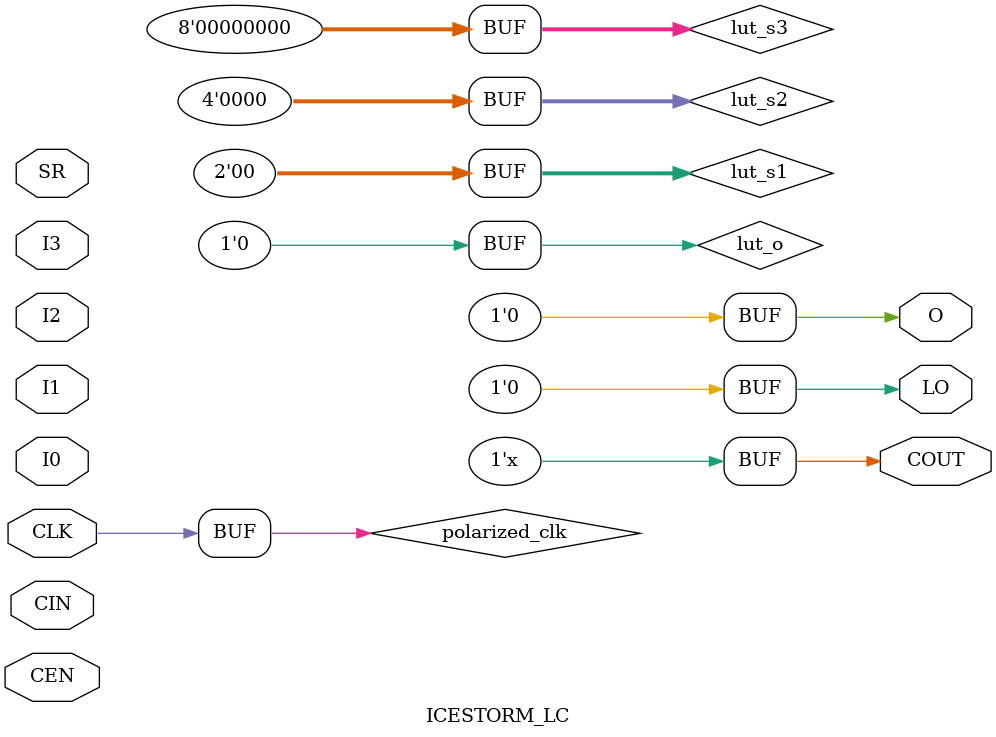
<source format=v>

`define SB_DFF_REG reg Q = 0;

// SiliconBlue IO Cells

module SB_IO (
	inout  PACKAGE_PIN,
	input  LATCH_INPUT_VALUE,
	input  CLOCK_ENABLE,
	input  INPUT_CLK,
	input  OUTPUT_CLK,
	input  OUTPUT_ENABLE,
	input  D_OUT_0,
	input  D_OUT_1,
	output D_IN_0,
	output D_IN_1
);
	parameter [5:0] PIN_TYPE = 6'b000000;
	parameter [0:0] PULLUP = 1'b0;
	parameter [0:0] NEG_TRIGGER = 1'b0;
	parameter IO_STANDARD = "SB_LVCMOS";

`ifndef BLACKBOX
	reg dout, din_0, din_1;
	reg din_q_0, din_q_1;
	reg dout_q_0, dout_q_1;
	reg outena_q;

	generate if (!NEG_TRIGGER) begin
		always @(posedge INPUT_CLK)  if (CLOCK_ENABLE) din_q_0  <= PACKAGE_PIN;
		always @(negedge INPUT_CLK)  if (CLOCK_ENABLE) din_q_1  <= PACKAGE_PIN;
		always @(posedge OUTPUT_CLK) if (CLOCK_ENABLE) dout_q_0 <= D_OUT_0;
		always @(negedge OUTPUT_CLK) if (CLOCK_ENABLE) dout_q_1 <= D_OUT_1;
		always @(posedge OUTPUT_CLK) if (CLOCK_ENABLE) outena_q <= OUTPUT_ENABLE;
	end else begin
		always @(negedge INPUT_CLK)  if (CLOCK_ENABLE) din_q_0  <= PACKAGE_PIN;
		always @(posedge INPUT_CLK)  if (CLOCK_ENABLE) din_q_1  <= PACKAGE_PIN;
		always @(negedge OUTPUT_CLK) if (CLOCK_ENABLE) dout_q_0 <= D_OUT_0;
		always @(posedge OUTPUT_CLK) if (CLOCK_ENABLE) dout_q_1 <= D_OUT_1;
		always @(negedge OUTPUT_CLK) if (CLOCK_ENABLE) outena_q <= OUTPUT_ENABLE;
	end endgenerate

	always @* begin
		if (!PIN_TYPE[1] || !LATCH_INPUT_VALUE)
			din_0 = PIN_TYPE[0] ? PACKAGE_PIN : din_q_0;
		din_1 = din_q_1;
	end

	always @* begin
		if (PIN_TYPE[3])
			dout = PIN_TYPE[2] ? !dout_q_0 : D_OUT_0;
		else
			dout = (OUTPUT_CLK ^ NEG_TRIGGER) || PIN_TYPE[2] ? dout_q_0 : dout_q_1;
	end

	assign D_IN_0 = din_0, D_IN_1 = din_1;

	generate
		if (PIN_TYPE[5:4] == 2'b01) assign PACKAGE_PIN = dout;
		if (PIN_TYPE[5:4] == 2'b10) assign PACKAGE_PIN = OUTPUT_ENABLE ? dout : 1'bz;
		if (PIN_TYPE[5:4] == 2'b11) assign PACKAGE_PIN = outena_q ? dout : 1'bz;
	endgenerate
`endif
endmodule

module SB_GB_IO (
	inout  PACKAGE_PIN,
	output GLOBAL_BUFFER_OUTPUT,
	input  LATCH_INPUT_VALUE,
	input  CLOCK_ENABLE,
	input  INPUT_CLK,
	input  OUTPUT_CLK,
	input  OUTPUT_ENABLE,
	input  D_OUT_0,
	input  D_OUT_1,
	output D_IN_0,
	output D_IN_1
);
	parameter [5:0] PIN_TYPE = 6'b000000;
	parameter [0:0] PULLUP = 1'b0;
	parameter [0:0] NEG_TRIGGER = 1'b0;
	parameter IO_STANDARD = "SB_LVCMOS";

	assign GLOBAL_BUFFER_OUTPUT = PACKAGE_PIN;

	SB_IO #(
		.PIN_TYPE(PIN_TYPE),
		.PULLUP(PULLUP),
		.NEG_TRIGGER(NEG_TRIGGER),
		.IO_STANDARD(IO_STANDARD)
	) IO (
		.PACKAGE_PIN(PACKAGE_PIN),
		.LATCH_INPUT_VALUE(LATCH_INPUT_VALUE),
		.CLOCK_ENABLE(CLOCK_ENABLE),
		.INPUT_CLK(INPUT_CLK),
		.OUTPUT_CLK(OUTPUT_CLK),
		.OUTPUT_ENABLE(OUTPUT_ENABLE),
		.D_OUT_0(D_OUT_0),
		.D_OUT_1(D_OUT_1),
		.D_IN_0(D_IN_0),
		.D_IN_1(D_IN_1)
	);
endmodule

module SB_GB (
	input  USER_SIGNAL_TO_GLOBAL_BUFFER,
	output GLOBAL_BUFFER_OUTPUT
);
	assign GLOBAL_BUFFER_OUTPUT = USER_SIGNAL_TO_GLOBAL_BUFFER;
endmodule

// SiliconBlue Logic Cells

module SB_LUT4 (output O, input I0, I1, I2, I3);
	parameter [15:0] LUT_INIT = 0;
	wire [7:0] s3 = I3 ? LUT_INIT[15:8] : LUT_INIT[7:0];
	wire [3:0] s2 = I2 ?       s3[ 7:4] :       s3[3:0];
	wire [1:0] s1 = I1 ?       s2[ 3:2] :       s2[1:0];
	assign O = I0 ? s1[1] : s1[0];
endmodule

module SB_CARRY (output CO, input I0, I1, CI);
	assign CO = (I0 && I1) || ((I0 || I1) && CI);
endmodule

// Positive Edge SiliconBlue FF Cells

module SB_DFF (output Q, input C, D);
	`SB_DFF_REG
	always @(posedge C)
		Q <= D;
endmodule

module SB_DFFE (output Q, input C, E, D);
	`SB_DFF_REG
	always @(posedge C)
		if (E)
			Q <= D;
endmodule

module SB_DFFSR (output Q, input C, R, D);
	`SB_DFF_REG
	always @(posedge C)
		if (R)
			Q <= 0;
		else
			Q <= D;
endmodule

module SB_DFFR (output Q, input C, R, D);
	`SB_DFF_REG
	always @(posedge C, posedge R)
		if (R)
			Q <= 0;
		else
			Q <= D;
endmodule

module SB_DFFSS (output Q, input C, S, D);
	`SB_DFF_REG
	always @(posedge C)
		if (S)
			Q <= 1;
		else
			Q <= D;
endmodule

module SB_DFFS (output Q, input C, S, D);
	`SB_DFF_REG
	always @(posedge C, posedge S)
		if (S)
			Q <= 1;
		else
			Q <= D;
endmodule

module SB_DFFESR (output Q, input C, E, R, D);
	`SB_DFF_REG
	always @(posedge C)
		if (E) begin
			if (R)
				Q <= 0;
			else
				Q <= D;
		end
endmodule

module SB_DFFER (output Q, input C, E, R, D);
	`SB_DFF_REG
	always @(posedge C, posedge R)
		if (R)
			Q <= 0;
		else if (E)
			Q <= D;
endmodule

module SB_DFFESS (output Q, input C, E, S, D);
	`SB_DFF_REG
	always @(posedge C)
		if (E) begin
			if (S)
				Q <= 1;
			else
				Q <= D;
		end
endmodule

module SB_DFFES (output Q, input C, E, S, D);
	`SB_DFF_REG
	always @(posedge C, posedge S)
		if (S)
			Q <= 1;
		else if (E)
			Q <= D;
endmodule

// Negative Edge SiliconBlue FF Cells

module SB_DFFN (output Q, input C, D);
	`SB_DFF_REG
	always @(negedge C)
		Q <= D;
endmodule

module SB_DFFNE (output Q, input C, E, D);
	`SB_DFF_REG
	always @(negedge C)
		if (E)
			Q <= D;
endmodule

module SB_DFFNSR (output Q, input C, R, D);
	`SB_DFF_REG
	always @(negedge C)
		if (R)
			Q <= 0;
		else
			Q <= D;
endmodule

module SB_DFFNR (output Q, input C, R, D);
	`SB_DFF_REG
	always @(negedge C, posedge R)
		if (R)
			Q <= 0;
		else
			Q <= D;
endmodule

module SB_DFFNSS (output Q, input C, S, D);
	`SB_DFF_REG
	always @(negedge C)
		if (S)
			Q <= 1;
		else
			Q <= D;
endmodule

module SB_DFFNS (output Q, input C, S, D);
	`SB_DFF_REG
	always @(negedge C, posedge S)
		if (S)
			Q <= 1;
		else
			Q <= D;
endmodule

module SB_DFFNESR (output Q, input C, E, R, D);
	`SB_DFF_REG
	always @(negedge C)
		if (E) begin
			if (R)
				Q <= 0;
			else
				Q <= D;
		end
endmodule

module SB_DFFNER (output Q, input C, E, R, D);
	`SB_DFF_REG
	always @(negedge C, posedge R)
		if (R)
			Q <= 0;
		else if (E)
			Q <= D;
endmodule

module SB_DFFNESS (output Q, input C, E, S, D);
	`SB_DFF_REG
	always @(negedge C)
		if (E) begin
			if (S)
				Q <= 1;
			else
				Q <= D;
		end
endmodule

module SB_DFFNES (output Q, input C, E, S, D);
	`SB_DFF_REG
	always @(negedge C, posedge S)
		if (S)
			Q <= 1;
		else if (E)
			Q <= D;
endmodule

// SiliconBlue RAM Cells

module SB_RAM40_4K (
	output [15:0] RDATA,
	input         RCLK, RCLKE, RE,
	input  [10:0] RADDR,
	input         WCLK, WCLKE, WE,
	input  [10:0] WADDR,
	input  [15:0] MASK, WDATA
);
	// MODE 0:  256 x 16
	// MODE 1:  512 x 8
	// MODE 2: 1024 x 4
	// MODE 3: 2048 x 2
	parameter WRITE_MODE = 0;
	parameter READ_MODE = 0;

	parameter INIT_0 = 256'h0000000000000000000000000000000000000000000000000000000000000000;
	parameter INIT_1 = 256'h0000000000000000000000000000000000000000000000000000000000000000;
	parameter INIT_2 = 256'h0000000000000000000000000000000000000000000000000000000000000000;
	parameter INIT_3 = 256'h0000000000000000000000000000000000000000000000000000000000000000;
	parameter INIT_4 = 256'h0000000000000000000000000000000000000000000000000000000000000000;
	parameter INIT_5 = 256'h0000000000000000000000000000000000000000000000000000000000000000;
	parameter INIT_6 = 256'h0000000000000000000000000000000000000000000000000000000000000000;
	parameter INIT_7 = 256'h0000000000000000000000000000000000000000000000000000000000000000;
	parameter INIT_8 = 256'h0000000000000000000000000000000000000000000000000000000000000000;
	parameter INIT_9 = 256'h0000000000000000000000000000000000000000000000000000000000000000;
	parameter INIT_A = 256'h0000000000000000000000000000000000000000000000000000000000000000;
	parameter INIT_B = 256'h0000000000000000000000000000000000000000000000000000000000000000;
	parameter INIT_C = 256'h0000000000000000000000000000000000000000000000000000000000000000;
	parameter INIT_D = 256'h0000000000000000000000000000000000000000000000000000000000000000;
	parameter INIT_E = 256'h0000000000000000000000000000000000000000000000000000000000000000;
	parameter INIT_F = 256'h0000000000000000000000000000000000000000000000000000000000000000;

`ifndef BLACKBOX
	wire [15:0] WMASK_I;
	wire [15:0] RMASK_I;

	reg  [15:0] RDATA_I;
	wire [15:0] WDATA_I;

	generate
		case (WRITE_MODE)
			0: assign WMASK_I = MASK;

			1: assign WMASK_I = WADDR[   8] == 0 ? 16'b 1010_1010_1010_1010 :
			                    WADDR[   8] == 1 ? 16'b 0101_0101_0101_0101 : 16'bx;

			2: assign WMASK_I = WADDR[ 9:8] == 0 ? 16'b 1110_1110_1110_1110 :
			                    WADDR[ 9:8] == 1 ? 16'b 1101_1101_1101_1101 :
			                    WADDR[ 9:8] == 2 ? 16'b 1011_1011_1011_1011 :
			                    WADDR[ 9:8] == 3 ? 16'b 0111_0111_0111_0111 : 16'bx;

			3: assign WMASK_I = WADDR[10:8] == 0 ? 16'b 1111_1110_1111_1110 :
			                    WADDR[10:8] == 1 ? 16'b 1111_1101_1111_1101 :
			                    WADDR[10:8] == 2 ? 16'b 1111_1011_1111_1011 :
			                    WADDR[10:8] == 3 ? 16'b 1111_0111_1111_0111 :
			                    WADDR[10:8] == 4 ? 16'b 1110_1111_1110_1111 :
			                    WADDR[10:8] == 5 ? 16'b 1101_1111_1101_1111 :
			                    WADDR[10:8] == 6 ? 16'b 1011_1111_1011_1111 :
			                    WADDR[10:8] == 7 ? 16'b 0111_1111_0111_1111 : 16'bx;
		endcase

		case (READ_MODE)
			0: assign RMASK_I = 16'b 0000_0000_0000_0000;

			1: assign RMASK_I = RADDR[   8] == 0 ? 16'b 1010_1010_1010_1010 :
			                    RADDR[   8] == 1 ? 16'b 0101_0101_0101_0101 : 16'bx;

			2: assign RMASK_I = RADDR[ 9:8] == 0 ? 16'b 1110_1110_1110_1110 :
			                    RADDR[ 9:8] == 1 ? 16'b 1101_1101_1101_1101 :
			                    RADDR[ 9:8] == 2 ? 16'b 1011_1011_1011_1011 :
			                    RADDR[ 9:8] == 3 ? 16'b 0111_0111_0111_0111 : 16'bx;

			3: assign RMASK_I = RADDR[10:8] == 0 ? 16'b 1111_1110_1111_1110 :
			                    RADDR[10:8] == 1 ? 16'b 1111_1101_1111_1101 :
			                    RADDR[10:8] == 2 ? 16'b 1111_1011_1111_1011 :
			                    RADDR[10:8] == 3 ? 16'b 1111_0111_1111_0111 :
			                    RADDR[10:8] == 4 ? 16'b 1110_1111_1110_1111 :
			                    RADDR[10:8] == 5 ? 16'b 1101_1111_1101_1111 :
			                    RADDR[10:8] == 6 ? 16'b 1011_1111_1011_1111 :
			                    RADDR[10:8] == 7 ? 16'b 0111_1111_0111_1111 : 16'bx;
		endcase

		case (WRITE_MODE)
			0: assign WDATA_I = WDATA;

			1: assign WDATA_I = {WDATA[14], WDATA[14], WDATA[12], WDATA[12],
			                     WDATA[10], WDATA[10], WDATA[ 8], WDATA[ 8],
			                     WDATA[ 6], WDATA[ 6], WDATA[ 4], WDATA[ 4],
			                     WDATA[ 2], WDATA[ 2], WDATA[ 0], WDATA[ 0]};

			2: assign WDATA_I = {WDATA[13], WDATA[13], WDATA[13], WDATA[13],
			                     WDATA[ 9], WDATA[ 9], WDATA[ 9], WDATA[ 9],
			                     WDATA[ 5], WDATA[ 5], WDATA[ 5], WDATA[ 5],
			                     WDATA[ 1], WDATA[ 1], WDATA[ 1], WDATA[ 1]};

			3: assign WDATA_I = {WDATA[11], WDATA[11], WDATA[11], WDATA[11],
			                     WDATA[11], WDATA[11], WDATA[11], WDATA[11],
			                     WDATA[ 3], WDATA[ 3], WDATA[ 3], WDATA[ 3],
			                     WDATA[ 3], WDATA[ 3], WDATA[ 3], WDATA[ 3]};
		endcase

		case (READ_MODE)
			0: assign RDATA = RDATA_I;
			1: assign RDATA = {1'b0, |RDATA_I[15:14], 1'b0, |RDATA_I[13:12], 1'b0, |RDATA_I[11:10], 1'b0, |RDATA_I[ 9: 8],
			                   1'b0, |RDATA_I[ 7: 6], 1'b0, |RDATA_I[ 5: 4], 1'b0, |RDATA_I[ 3: 2], 1'b0, |RDATA_I[ 1: 0]};
			2: assign RDATA = {2'b0, |RDATA_I[15:12], 3'b0, |RDATA_I[11: 8], 3'b0, |RDATA_I[ 7: 4], 3'b0, |RDATA_I[ 3: 0], 1'b0};
			3: assign RDATA = {4'b0, |RDATA_I[15: 8], 7'b0, |RDATA_I[ 7: 0], 3'b0};
		endcase
	endgenerate

	integer i;
	reg [15:0] memory [0:255];

	initial begin
		for (i=0; i<16; i=i+1) begin
			memory[ 0*16 + i] <= INIT_0[16*i +: 16];
			memory[ 1*16 + i] <= INIT_1[16*i +: 16];
			memory[ 2*16 + i] <= INIT_2[16*i +: 16];
			memory[ 3*16 + i] <= INIT_3[16*i +: 16];
			memory[ 4*16 + i] <= INIT_4[16*i +: 16];
			memory[ 5*16 + i] <= INIT_5[16*i +: 16];
			memory[ 6*16 + i] <= INIT_6[16*i +: 16];
			memory[ 7*16 + i] <= INIT_7[16*i +: 16];
			memory[ 8*16 + i] <= INIT_8[16*i +: 16];
			memory[ 9*16 + i] <= INIT_9[16*i +: 16];
			memory[10*16 + i] <= INIT_A[16*i +: 16];
			memory[11*16 + i] <= INIT_B[16*i +: 16];
			memory[12*16 + i] <= INIT_C[16*i +: 16];
			memory[13*16 + i] <= INIT_D[16*i +: 16];
			memory[14*16 + i] <= INIT_E[16*i +: 16];
			memory[15*16 + i] <= INIT_F[16*i +: 16];
		end
	end

	always @(posedge WCLK) begin
		if (WE && WCLKE) begin
			if (!WMASK_I[ 0]) memory[WADDR[7:0]][ 0] <= WDATA_I[ 0];
			if (!WMASK_I[ 1]) memory[WADDR[7:0]][ 1] <= WDATA_I[ 1];
			if (!WMASK_I[ 2]) memory[WADDR[7:0]][ 2] <= WDATA_I[ 2];
			if (!WMASK_I[ 3]) memory[WADDR[7:0]][ 3] <= WDATA_I[ 3];
			if (!WMASK_I[ 4]) memory[WADDR[7:0]][ 4] <= WDATA_I[ 4];
			if (!WMASK_I[ 5]) memory[WADDR[7:0]][ 5] <= WDATA_I[ 5];
			if (!WMASK_I[ 6]) memory[WADDR[7:0]][ 6] <= WDATA_I[ 6];
			if (!WMASK_I[ 7]) memory[WADDR[7:0]][ 7] <= WDATA_I[ 7];
			if (!WMASK_I[ 8]) memory[WADDR[7:0]][ 8] <= WDATA_I[ 8];
			if (!WMASK_I[ 9]) memory[WADDR[7:0]][ 9] <= WDATA_I[ 9];
			if (!WMASK_I[10]) memory[WADDR[7:0]][10] <= WDATA_I[10];
			if (!WMASK_I[11]) memory[WADDR[7:0]][11] <= WDATA_I[11];
			if (!WMASK_I[12]) memory[WADDR[7:0]][12] <= WDATA_I[12];
			if (!WMASK_I[13]) memory[WADDR[7:0]][13] <= WDATA_I[13];
			if (!WMASK_I[14]) memory[WADDR[7:0]][14] <= WDATA_I[14];
			if (!WMASK_I[15]) memory[WADDR[7:0]][15] <= WDATA_I[15];
		end
	end

	always @(posedge RCLK) begin
		if (RE && RCLKE) begin
			RDATA_I <= memory[RADDR[7:0]] & ~RMASK_I;
		end
	end
`endif
endmodule

module SB_RAM40_4KNR (
	output [15:0] RDATA,
	input         RCLKN, RCLKE, RE,
	input  [10:0] RADDR,
	input         WCLK, WCLKE, WE,
	input  [10:0] WADDR,
	input  [15:0] MASK, WDATA
);
	parameter WRITE_MODE = 0;
	parameter READ_MODE = 0;

	parameter INIT_0 = 256'h0000000000000000000000000000000000000000000000000000000000000000;
	parameter INIT_1 = 256'h0000000000000000000000000000000000000000000000000000000000000000;
	parameter INIT_2 = 256'h0000000000000000000000000000000000000000000000000000000000000000;
	parameter INIT_3 = 256'h0000000000000000000000000000000000000000000000000000000000000000;
	parameter INIT_4 = 256'h0000000000000000000000000000000000000000000000000000000000000000;
	parameter INIT_5 = 256'h0000000000000000000000000000000000000000000000000000000000000000;
	parameter INIT_6 = 256'h0000000000000000000000000000000000000000000000000000000000000000;
	parameter INIT_7 = 256'h0000000000000000000000000000000000000000000000000000000000000000;
	parameter INIT_8 = 256'h0000000000000000000000000000000000000000000000000000000000000000;
	parameter INIT_9 = 256'h0000000000000000000000000000000000000000000000000000000000000000;
	parameter INIT_A = 256'h0000000000000000000000000000000000000000000000000000000000000000;
	parameter INIT_B = 256'h0000000000000000000000000000000000000000000000000000000000000000;
	parameter INIT_C = 256'h0000000000000000000000000000000000000000000000000000000000000000;
	parameter INIT_D = 256'h0000000000000000000000000000000000000000000000000000000000000000;
	parameter INIT_E = 256'h0000000000000000000000000000000000000000000000000000000000000000;
	parameter INIT_F = 256'h0000000000000000000000000000000000000000000000000000000000000000;

	SB_RAM40_4K #(
		.WRITE_MODE(WRITE_MODE),
		.READ_MODE (READ_MODE ),
		.INIT_0    (INIT_0    ),
		.INIT_1    (INIT_1    ),
		.INIT_2    (INIT_2    ),
		.INIT_3    (INIT_3    ),
		.INIT_4    (INIT_4    ),
		.INIT_5    (INIT_5    ),
		.INIT_6    (INIT_6    ),
		.INIT_7    (INIT_7    ),
		.INIT_8    (INIT_8    ),
		.INIT_9    (INIT_9    ),
		.INIT_A    (INIT_A    ),
		.INIT_B    (INIT_B    ),
		.INIT_C    (INIT_C    ),
		.INIT_D    (INIT_D    ),
		.INIT_E    (INIT_E    ),
		.INIT_F    (INIT_F    )
	) RAM (
		.RDATA(RDATA),
		.RCLK (~RCLKN),
		.RCLKE(RCLKE),
		.RE   (RE   ),
		.RADDR(RADDR),
		.WCLK (WCLK ),
		.WCLKE(WCLKE),
		.WE   (WE   ),
		.WADDR(WADDR),
		.MASK (MASK ),
		.WDATA(WDATA)
	);
endmodule

module SB_RAM40_4KNW (
	output [15:0] RDATA,
	input         RCLK, RCLKE, RE,
	input  [10:0] RADDR,
	input         WCLKN, WCLKE, WE,
	input  [10:0] WADDR,
	input  [15:0] MASK, WDATA
);
	parameter WRITE_MODE = 0;
	parameter READ_MODE = 0;

	parameter INIT_0 = 256'h0000000000000000000000000000000000000000000000000000000000000000;
	parameter INIT_1 = 256'h0000000000000000000000000000000000000000000000000000000000000000;
	parameter INIT_2 = 256'h0000000000000000000000000000000000000000000000000000000000000000;
	parameter INIT_3 = 256'h0000000000000000000000000000000000000000000000000000000000000000;
	parameter INIT_4 = 256'h0000000000000000000000000000000000000000000000000000000000000000;
	parameter INIT_5 = 256'h0000000000000000000000000000000000000000000000000000000000000000;
	parameter INIT_6 = 256'h0000000000000000000000000000000000000000000000000000000000000000;
	parameter INIT_7 = 256'h0000000000000000000000000000000000000000000000000000000000000000;
	parameter INIT_8 = 256'h0000000000000000000000000000000000000000000000000000000000000000;
	parameter INIT_9 = 256'h0000000000000000000000000000000000000000000000000000000000000000;
	parameter INIT_A = 256'h0000000000000000000000000000000000000000000000000000000000000000;
	parameter INIT_B = 256'h0000000000000000000000000000000000000000000000000000000000000000;
	parameter INIT_C = 256'h0000000000000000000000000000000000000000000000000000000000000000;
	parameter INIT_D = 256'h0000000000000000000000000000000000000000000000000000000000000000;
	parameter INIT_E = 256'h0000000000000000000000000000000000000000000000000000000000000000;
	parameter INIT_F = 256'h0000000000000000000000000000000000000000000000000000000000000000;

	SB_RAM40_4K #(
		.WRITE_MODE(WRITE_MODE),
		.READ_MODE (READ_MODE ),
		.INIT_0    (INIT_0    ),
		.INIT_1    (INIT_1    ),
		.INIT_2    (INIT_2    ),
		.INIT_3    (INIT_3    ),
		.INIT_4    (INIT_4    ),
		.INIT_5    (INIT_5    ),
		.INIT_6    (INIT_6    ),
		.INIT_7    (INIT_7    ),
		.INIT_8    (INIT_8    ),
		.INIT_9    (INIT_9    ),
		.INIT_A    (INIT_A    ),
		.INIT_B    (INIT_B    ),
		.INIT_C    (INIT_C    ),
		.INIT_D    (INIT_D    ),
		.INIT_E    (INIT_E    ),
		.INIT_F    (INIT_F    )
	) RAM (
		.RDATA(RDATA),
		.RCLK (RCLK ),
		.RCLKE(RCLKE),
		.RE   (RE   ),
		.RADDR(RADDR),
		.WCLK (~WCLKN),
		.WCLKE(WCLKE),
		.WE   (WE   ),
		.WADDR(WADDR),
		.MASK (MASK ),
		.WDATA(WDATA)
	);
endmodule

module SB_RAM40_4KNRNW (
	output [15:0] RDATA,
	input         RCLKN, RCLKE, RE,
	input  [10:0] RADDR,
	input         WCLKN, WCLKE, WE,
	input  [10:0] WADDR,
	input  [15:0] MASK, WDATA
);
	parameter WRITE_MODE = 0;
	parameter READ_MODE = 0;

	parameter INIT_0 = 256'h0000000000000000000000000000000000000000000000000000000000000000;
	parameter INIT_1 = 256'h0000000000000000000000000000000000000000000000000000000000000000;
	parameter INIT_2 = 256'h0000000000000000000000000000000000000000000000000000000000000000;
	parameter INIT_3 = 256'h0000000000000000000000000000000000000000000000000000000000000000;
	parameter INIT_4 = 256'h0000000000000000000000000000000000000000000000000000000000000000;
	parameter INIT_5 = 256'h0000000000000000000000000000000000000000000000000000000000000000;
	parameter INIT_6 = 256'h0000000000000000000000000000000000000000000000000000000000000000;
	parameter INIT_7 = 256'h0000000000000000000000000000000000000000000000000000000000000000;
	parameter INIT_8 = 256'h0000000000000000000000000000000000000000000000000000000000000000;
	parameter INIT_9 = 256'h0000000000000000000000000000000000000000000000000000000000000000;
	parameter INIT_A = 256'h0000000000000000000000000000000000000000000000000000000000000000;
	parameter INIT_B = 256'h0000000000000000000000000000000000000000000000000000000000000000;
	parameter INIT_C = 256'h0000000000000000000000000000000000000000000000000000000000000000;
	parameter INIT_D = 256'h0000000000000000000000000000000000000000000000000000000000000000;
	parameter INIT_E = 256'h0000000000000000000000000000000000000000000000000000000000000000;
	parameter INIT_F = 256'h0000000000000000000000000000000000000000000000000000000000000000;

	SB_RAM40_4K #(
		.WRITE_MODE(WRITE_MODE),
		.READ_MODE (READ_MODE ),
		.INIT_0    (INIT_0    ),
		.INIT_1    (INIT_1    ),
		.INIT_2    (INIT_2    ),
		.INIT_3    (INIT_3    ),
		.INIT_4    (INIT_4    ),
		.INIT_5    (INIT_5    ),
		.INIT_6    (INIT_6    ),
		.INIT_7    (INIT_7    ),
		.INIT_8    (INIT_8    ),
		.INIT_9    (INIT_9    ),
		.INIT_A    (INIT_A    ),
		.INIT_B    (INIT_B    ),
		.INIT_C    (INIT_C    ),
		.INIT_D    (INIT_D    ),
		.INIT_E    (INIT_E    ),
		.INIT_F    (INIT_F    )
	) RAM (
		.RDATA(RDATA),
		.RCLK (~RCLKN),
		.RCLKE(RCLKE),
		.RE   (RE   ),
		.RADDR(RADDR),
		.WCLK (~WCLKN),
		.WCLKE(WCLKE),
		.WE   (WE   ),
		.WADDR(WADDR),
		.MASK (MASK ),
		.WDATA(WDATA)
	);
endmodule

// Packed IceStorm Logic Cells

module ICESTORM_LC (
	input I0, I1, I2, I3, CIN, CLK, CEN, SR,
	output LO, O, COUT
);
	parameter [15:0] LUT_INIT = 0;

	parameter [0:0] NEG_CLK      = 0;
	parameter [0:0] CARRY_ENABLE = 0;
	parameter [0:0] DFF_ENABLE   = 0;
	parameter [0:0] SET_NORESET  = 0;
	parameter [0:0] ASYNC_SR     = 0;

	wire COUT = CARRY_ENABLE ? (I1 && I2) || ((I1 || I2) && CIN) : 1'bx;

	wire [7:0] lut_s3 = I3 ? LUT_INIT[15:8] : LUT_INIT[7:0];
	wire [3:0] lut_s2 = I2 ?   lut_s3[ 7:4] :   lut_s3[3:0];
	wire [1:0] lut_s1 = I1 ?   lut_s2[ 3:2] :   lut_s2[1:0];
	wire       lut_o  = I0 ?   lut_s1[   1] :   lut_s1[  0];

	assign LO = lut_o;

	wire polarized_clk;
	assign polarized_clk = CLK ^ NEG_CLK;

	reg o_reg;
	always @(posedge polarized_clk)
		if (CEN)
			o_reg <= SR ? SET_NORESET : lut_o;

	reg o_reg_async;
	always @(posedge polarized_clk, posedge SR)
		if (SR)
			o_reg <= SET_NORESET;
		else if (CEN)
			o_reg <= lut_o;

	assign O = DFF_ENABLE ? ASYNC_SR ? o_reg_async : o_reg : lut_o;
endmodule

// SiliconBlue PLL Cells

(* blackbox *)
module SB_PLL40_CORE (
	input   REFERENCECLK,
	output  PLLOUTCORE,
	output  PLLOUTGLOBAL,
	input   EXTFEEDBACK,
	input   [7:0] DYNAMICDELAY,
	output  LOCK,
	input   BYPASS,
	input   RESETB,
	input   LATCHINPUTVALUE,
	output  SDO,
	input   SDI,
	input   SCLK
);
	parameter FEEDBACK_PATH = "SIMPLE";
	parameter DELAY_ADJUSTMENT_MODE_FEEDBACK = "FIXED";
	parameter DELAY_ADJUSTMENT_MODE_RELATIVE = "FIXED";
	parameter SHIFTREG_DIV_MODE = 1'b0;
	parameter FDA_FEEDBACK = 4'b0000;
	parameter FDA_RELATIVE = 4'b0000;
	parameter PLLOUT_SELECT = "GENCLK";
	parameter DIVR = 4'b0000;
	parameter DIVF = 7'b0000000;
	parameter DIVQ = 3'b000;
	parameter FILTER_RANGE = 3'b000;
	parameter ENABLE_ICEGATE = 1'b0;
	parameter TEST_MODE = 1'b0;
	parameter EXTERNAL_DIVIDE_FACTOR = 1;
endmodule

(* blackbox *)
module SB_PLL40_PAD (
	input   PACKAGEPIN,
	output  PLLOUTCORE,
	output  PLLOUTGLOBAL,
	input   EXTFEEDBACK,
	input   [7:0] DYNAMICDELAY,
	output  LOCK,
	input   BYPASS,
	input   RESETB,
	input   LATCHINPUTVALUE,
	output  SDO,
	input   SDI,
	input   SCLK
);
	parameter FEEDBACK_PATH = "SIMPLE";
	parameter DELAY_ADJUSTMENT_MODE_FEEDBACK = "FIXED";
	parameter DELAY_ADJUSTMENT_MODE_RELATIVE = "FIXED";
	parameter SHIFTREG_DIV_MODE = 1'b0;
	parameter FDA_FEEDBACK = 4'b0000;
	parameter FDA_RELATIVE = 4'b0000;
	parameter PLLOUT_SELECT = "GENCLK";
	parameter DIVR = 4'b0000;
	parameter DIVF = 7'b0000000;
	parameter DIVQ = 3'b000;
	parameter FILTER_RANGE = 3'b000;
	parameter ENABLE_ICEGATE = 1'b0;
	parameter TEST_MODE = 1'b0;
	parameter EXTERNAL_DIVIDE_FACTOR = 1;
endmodule

(* blackbox *)
module SB_PLL40_2_PAD (
	input   PACKAGEPIN,
	output  PLLOUTCOREA,
	output  PLLOUTGLOBALA,
	output  PLLOUTCOREB,
	output  PLLOUTGLOBALB,
	input   EXTFEEDBACK,
	input   [7:0] DYNAMICDELAY,
	output  LOCK,
	input   BYPASS,
	input   RESETB,
	input   LATCHINPUTVALUE,
	output  SDO,
	input   SDI,
	input   SCLK
);
	parameter FEEDBACK_PATH = "SIMPLE";
	parameter DELAY_ADJUSTMENT_MODE_FEEDBACK = "FIXED";
	parameter DELAY_ADJUSTMENT_MODE_RELATIVE = "FIXED";
	parameter SHIFTREG_DIV_MODE = 1'b0;
	parameter FDA_FEEDBACK = 4'b0000;
	parameter FDA_RELATIVE = 4'b0000;
	parameter PLLOUT_SELECT_PORTB = "GENCLK";
	parameter DIVR = 4'b0000;
	parameter DIVF = 7'b0000000;
	parameter DIVQ = 3'b000;
	parameter FILTER_RANGE = 3'b000;
	parameter ENABLE_ICEGATE_PORTA = 1'b0;
	parameter ENABLE_ICEGATE_PORTB = 1'b0;
	parameter TEST_MODE = 1'b0;
	parameter EXTERNAL_DIVIDE_FACTOR = 1;
endmodule

(* blackbox *)
module SB_PLL40_2F_CORE (
	input   REFERENCECLK,
	output  PLLOUTCOREA,
	output  PLLOUTGLOBALA,
	output  PLLOUTCOREB,
	output  PLLOUTGLOBALB,
	input   EXTFEEDBACK,
	input   [7:0] DYNAMICDELAY,
	output  LOCK,
	input   BYPASS,
	input   RESETB,
	input   LATCHINPUTVALUE,
	output  SDO,
	input   SDI,
	input   SCLK
);
	parameter FEEDBACK_PATH = "SIMPLE";
	parameter DELAY_ADJUSTMENT_MODE_FEEDBACK = "FIXED";
	parameter DELAY_ADJUSTMENT_MODE_RELATIVE = "FIXED";
	parameter SHIFTREG_DIV_MODE = 1'b0;
	parameter FDA_FEEDBACK = 4'b0000;
	parameter FDA_RELATIVE = 4'b0000;
	parameter PLLOUT_SELECT_PORTA = "GENCLK";
	parameter PLLOUT_SELECT_PORTB = "GENCLK";
	parameter DIVR = 4'b0000;
	parameter DIVF = 7'b0000000;
	parameter DIVQ = 3'b000;
	parameter FILTER_RANGE = 3'b000;
	parameter ENABLE_ICEGATE_PORTA = 1'b0;
	parameter ENABLE_ICEGATE_PORTB = 1'b0;
	parameter TEST_MODE = 1'b0;
	parameter EXTERNAL_DIVIDE_FACTOR = 1;
endmodule

(* blackbox *)
module SB_PLL40_2F_PAD (
	input   PACKAGEPIN,
	output  PLLOUTCOREA,
	output  PLLOUTGLOBALA,
	output  PLLOUTCOREB,
	output  PLLOUTGLOBALB,
	input   EXTFEEDBACK,
	input   [7:0] DYNAMICDELAY,
	output  LOCK,
	input   BYPASS,
	input   RESETB,
	input   LATCHINPUTVALUE,
	output  SDO,
	input   SDI,
	input   SCLK
);
	parameter FEEDBACK_PATH = "SIMPLE";
	parameter DELAY_ADJUSTMENT_MODE_FEEDBACK = "FIXED";
	parameter DELAY_ADJUSTMENT_MODE_RELATIVE = "FIXED";
	parameter SHIFTREG_DIV_MODE = 2'b00;
	parameter FDA_FEEDBACK = 4'b0000;
	parameter FDA_RELATIVE = 4'b0000;
	parameter PLLOUT_SELECT_PORTA = "GENCLK";
	parameter PLLOUT_SELECT_PORTB = "GENCLK";
	parameter DIVR = 4'b0000;
	parameter DIVF = 7'b0000000;
	parameter DIVQ = 3'b000;
	parameter FILTER_RANGE = 3'b000;
	parameter ENABLE_ICEGATE_PORTA = 1'b0;
	parameter ENABLE_ICEGATE_PORTB = 1'b0;
	parameter TEST_MODE = 1'b0;
	parameter EXTERNAL_DIVIDE_FACTOR = 1;
endmodule

// SiliconBlue Device Configuration Cells

(* blackbox, keep *)
module SB_WARMBOOT (
	input BOOT,
	input S1,
	input S0
);
endmodule

</source>
